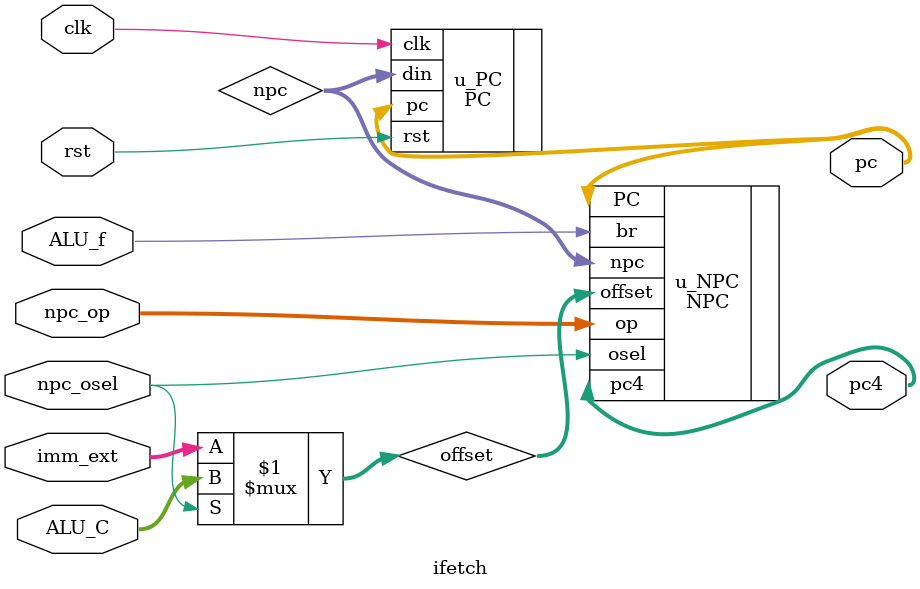
<source format=v>
`timescale 1ns/1ps

`include "defines.vh"

module ifetch (
    input wire clk,
    input wire rst,
    input wire [1:0] npc_op,
    input wire npc_osel,
    input wire ALU_f,
    input wire [31:0] ALU_C,
    input wire [31:0] imm_ext,
    output wire [31:0] pc,
    output wire [31:0] pc4
);

wire [31:0] npc;
wire [31:0] offset;
assign offset = npc_osel ? ALU_C : imm_ext;

NPC u_NPC (
    .op (npc_op),
    .PC (pc),
    .offset (offset),
    .br (ALU_f),
    .osel (npc_osel),
    .npc (npc),
    .pc4 (pc4) 
);

PC u_PC (
    .clk (clk),
    .rst (rst),
    .din (npc),
    .pc (pc)
);

endmodule
</source>
